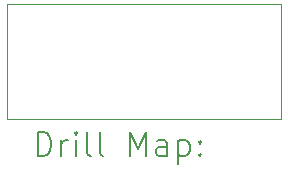
<source format=gbr>
%TF.GenerationSoftware,KiCad,Pcbnew,8.0.1*%
%TF.CreationDate,2024-07-20T17:57:33+02:00*%
%TF.ProjectId,midi_mic_muter,6d696469-5f6d-4696-935f-6d757465722e,rev?*%
%TF.SameCoordinates,Original*%
%TF.FileFunction,Drillmap*%
%TF.FilePolarity,Positive*%
%FSLAX45Y45*%
G04 Gerber Fmt 4.5, Leading zero omitted, Abs format (unit mm)*
G04 Created by KiCad (PCBNEW 8.0.1) date 2024-07-20 17:57:33*
%MOMM*%
%LPD*%
G01*
G04 APERTURE LIST*
%ADD10C,0.050000*%
%ADD11C,0.200000*%
G04 APERTURE END LIST*
D10*
X2910000Y-4260000D02*
X5225000Y-4260000D01*
X5225000Y-5230000D01*
X2910000Y-5230000D01*
X2910000Y-4260000D01*
D11*
X3168277Y-5543984D02*
X3168277Y-5343984D01*
X3168277Y-5343984D02*
X3215896Y-5343984D01*
X3215896Y-5343984D02*
X3244467Y-5353508D01*
X3244467Y-5353508D02*
X3263515Y-5372555D01*
X3263515Y-5372555D02*
X3273039Y-5391603D01*
X3273039Y-5391603D02*
X3282562Y-5429698D01*
X3282562Y-5429698D02*
X3282562Y-5458270D01*
X3282562Y-5458270D02*
X3273039Y-5496365D01*
X3273039Y-5496365D02*
X3263515Y-5515412D01*
X3263515Y-5515412D02*
X3244467Y-5534460D01*
X3244467Y-5534460D02*
X3215896Y-5543984D01*
X3215896Y-5543984D02*
X3168277Y-5543984D01*
X3368277Y-5543984D02*
X3368277Y-5410650D01*
X3368277Y-5448746D02*
X3377801Y-5429698D01*
X3377801Y-5429698D02*
X3387324Y-5420174D01*
X3387324Y-5420174D02*
X3406372Y-5410650D01*
X3406372Y-5410650D02*
X3425420Y-5410650D01*
X3492086Y-5543984D02*
X3492086Y-5410650D01*
X3492086Y-5343984D02*
X3482562Y-5353508D01*
X3482562Y-5353508D02*
X3492086Y-5363031D01*
X3492086Y-5363031D02*
X3501610Y-5353508D01*
X3501610Y-5353508D02*
X3492086Y-5343984D01*
X3492086Y-5343984D02*
X3492086Y-5363031D01*
X3615896Y-5543984D02*
X3596848Y-5534460D01*
X3596848Y-5534460D02*
X3587324Y-5515412D01*
X3587324Y-5515412D02*
X3587324Y-5343984D01*
X3720658Y-5543984D02*
X3701610Y-5534460D01*
X3701610Y-5534460D02*
X3692086Y-5515412D01*
X3692086Y-5515412D02*
X3692086Y-5343984D01*
X3949229Y-5543984D02*
X3949229Y-5343984D01*
X3949229Y-5343984D02*
X4015896Y-5486841D01*
X4015896Y-5486841D02*
X4082562Y-5343984D01*
X4082562Y-5343984D02*
X4082562Y-5543984D01*
X4263515Y-5543984D02*
X4263515Y-5439222D01*
X4263515Y-5439222D02*
X4253991Y-5420174D01*
X4253991Y-5420174D02*
X4234944Y-5410650D01*
X4234944Y-5410650D02*
X4196848Y-5410650D01*
X4196848Y-5410650D02*
X4177801Y-5420174D01*
X4263515Y-5534460D02*
X4244467Y-5543984D01*
X4244467Y-5543984D02*
X4196848Y-5543984D01*
X4196848Y-5543984D02*
X4177801Y-5534460D01*
X4177801Y-5534460D02*
X4168277Y-5515412D01*
X4168277Y-5515412D02*
X4168277Y-5496365D01*
X4168277Y-5496365D02*
X4177801Y-5477317D01*
X4177801Y-5477317D02*
X4196848Y-5467793D01*
X4196848Y-5467793D02*
X4244467Y-5467793D01*
X4244467Y-5467793D02*
X4263515Y-5458270D01*
X4358753Y-5410650D02*
X4358753Y-5610650D01*
X4358753Y-5420174D02*
X4377801Y-5410650D01*
X4377801Y-5410650D02*
X4415896Y-5410650D01*
X4415896Y-5410650D02*
X4434944Y-5420174D01*
X4434944Y-5420174D02*
X4444467Y-5429698D01*
X4444467Y-5429698D02*
X4453991Y-5448746D01*
X4453991Y-5448746D02*
X4453991Y-5505889D01*
X4453991Y-5505889D02*
X4444467Y-5524936D01*
X4444467Y-5524936D02*
X4434944Y-5534460D01*
X4434944Y-5534460D02*
X4415896Y-5543984D01*
X4415896Y-5543984D02*
X4377801Y-5543984D01*
X4377801Y-5543984D02*
X4358753Y-5534460D01*
X4539705Y-5524936D02*
X4549229Y-5534460D01*
X4549229Y-5534460D02*
X4539705Y-5543984D01*
X4539705Y-5543984D02*
X4530182Y-5534460D01*
X4530182Y-5534460D02*
X4539705Y-5524936D01*
X4539705Y-5524936D02*
X4539705Y-5543984D01*
X4539705Y-5420174D02*
X4549229Y-5429698D01*
X4549229Y-5429698D02*
X4539705Y-5439222D01*
X4539705Y-5439222D02*
X4530182Y-5429698D01*
X4530182Y-5429698D02*
X4539705Y-5420174D01*
X4539705Y-5420174D02*
X4539705Y-5439222D01*
M02*

</source>
